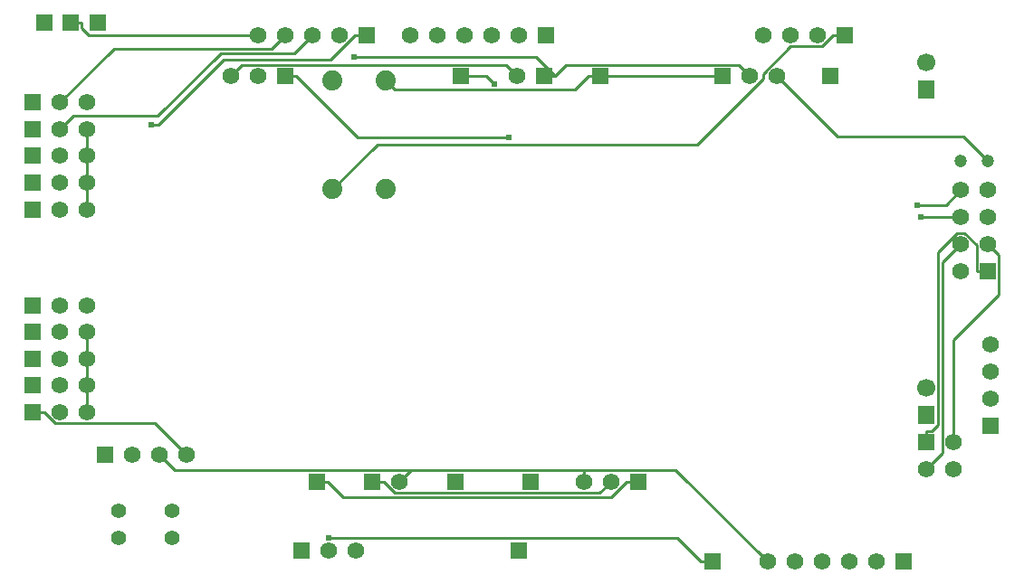
<source format=gtl>
G04 Layer: TopLayer*
G04 EasyEDA v6.5.23, 2023-04-11 13:10:04*
G04 4efd93ceb8f34c36969e8f1cf74d4a79,5f8968b253fc4aed9fc2cb8881c97923,10*
G04 Gerber Generator version 0.2*
G04 Scale: 100 percent, Rotated: No, Reflected: No *
G04 Dimensions in inches *
G04 leading zeros omitted , absolute positions ,3 integer and 6 decimal *
%FSLAX36Y36*%
%MOIN*%

%AMMACRO1*21,1,$1,$2,0,0,$3*%
%ADD10C,0.0100*%
%ADD11R,0.0620X0.0620*%
%ADD12C,0.0470*%
%ADD13C,0.0620*%
%ADD14C,0.0551*%
%ADD15C,0.0740*%
%ADD16MACRO1,0.062X0.062X0.0000*%
%ADD17MACRO1,0.062X0.062X-90.0000*%
%ADD18MACRO1,0.0669X0.062X90.0000*%
%ADD19C,0.0669*%
%ADD20C,0.0240*%
%ADD21C,0.0177*%

%LPD*%
D10*
X3800000Y499998D02*
G01*
X3800000Y875239D01*
X3967030Y1042269D01*
X3967030Y1190439D01*
X3927950Y1229519D01*
X3827950Y1329519D02*
G01*
X3679759Y1329519D01*
X1381180Y1850389D02*
G01*
X1608339Y1623229D01*
X2163379Y1623229D01*
X1340150Y1850389D02*
G01*
X1381180Y1850389D01*
X3151180Y1850389D02*
G01*
X3375389Y1626179D01*
X3837190Y1626179D01*
X3927950Y1535419D01*
X876769Y452748D02*
G01*
X932920Y396599D01*
X1804859Y396599D01*
X1804859Y396588D01*
X1804859Y396588D02*
G01*
X1762600Y354328D01*
X1140159Y1850389D02*
G01*
X1181229Y1891458D01*
X2153019Y1891458D01*
X2194089Y1850389D01*
X2439369Y354328D02*
G01*
X2439369Y396588D01*
X1804859Y396588D02*
G01*
X2439369Y396588D01*
X2439369Y396588D02*
G01*
X2778599Y396588D01*
X3116139Y59048D01*
X846769Y1670788D02*
G01*
X875249Y1670788D01*
X1112950Y1908488D01*
X1507470Y1908488D01*
X1598980Y1999998D01*
X1640000Y1999998D02*
G01*
X1598980Y1999998D01*
X511819Y1653539D02*
G01*
X561030Y1702748D01*
X871700Y1702748D01*
X1103680Y1934729D01*
X1374729Y1934729D01*
X1440000Y1999998D01*
X511819Y1751959D02*
G01*
X709619Y1949758D01*
X1289759Y1949758D01*
X1340000Y1999998D01*
X592199Y2047238D02*
G01*
X592199Y2026729D01*
X618930Y1999998D01*
X1240000Y1999998D01*
X551179Y2047238D02*
G01*
X592199Y2047238D01*
X2110420Y1820788D02*
G01*
X2080820Y1850389D01*
X1988190Y1850389D01*
X611819Y610228D02*
G01*
X611819Y708658D01*
X611819Y708658D02*
G01*
X611819Y807078D01*
X611819Y807078D02*
G01*
X611819Y905509D01*
X611819Y1358258D02*
G01*
X611819Y1456689D01*
X611819Y1456689D02*
G01*
X611819Y1555109D01*
X611819Y1555109D02*
G01*
X611819Y1653539D01*
X1515749Y1433859D02*
G01*
X1679520Y1597629D01*
X2859290Y1597629D01*
X3101189Y1839529D01*
X3101189Y1857948D01*
X3202219Y1958978D01*
X3317960Y1958978D01*
X3358980Y1999998D01*
X3400000Y1999998D02*
G01*
X3358980Y1999998D01*
X3827950Y1229519D02*
G01*
X3760919Y1162489D01*
X3760919Y460918D01*
X3700000Y399998D01*
X3700000Y541019D02*
G01*
X3720510Y541019D01*
X3742809Y563319D01*
X3742809Y1200129D01*
X3813829Y1271149D01*
X3841920Y1271149D01*
X3886930Y1226138D01*
X3886930Y1129519D01*
X3700000Y499998D02*
G01*
X3700000Y541019D01*
X3927950Y1129519D02*
G01*
X3886930Y1129519D01*
X2335110Y1850389D02*
G01*
X2374200Y1889479D01*
X3012089Y1889479D01*
X3051180Y1850389D01*
X2294089Y1850389D02*
G01*
X2335110Y1850389D01*
X1703620Y354328D02*
G01*
X1745320Y312629D01*
X2497669Y312629D01*
X2539369Y354328D01*
X1662600Y354328D02*
G01*
X1703620Y354328D01*
X1595829Y1919578D02*
G01*
X2265919Y1919578D01*
X2335110Y1850389D01*
X2500000Y1850389D02*
G01*
X2458980Y1850389D01*
X2951180Y1850389D02*
G01*
X2500000Y1850389D01*
X2598350Y354328D02*
G01*
X2542370Y298348D01*
X1553689Y298348D01*
X1497709Y354328D01*
X2639369Y354328D02*
G01*
X2598350Y354328D01*
X1456689Y354328D02*
G01*
X1497709Y354328D01*
X1712600Y1833859D02*
G01*
X1745739Y1800718D01*
X2409309Y1800718D01*
X2458980Y1850389D01*
X411819Y610228D02*
G01*
X452840Y610228D01*
X976769Y452748D02*
G01*
X860299Y569218D01*
X493850Y569218D01*
X452840Y610228D01*
X2872359Y59059D02*
G01*
X2783519Y147899D01*
X1500000Y147899D01*
X2913379Y59059D02*
G01*
X2872359Y59059D01*
X3668230Y1374538D02*
G01*
X3772969Y1374538D01*
X3827950Y1429519D01*
D11*
G01*
X2244089Y354329D03*
G01*
X3346450Y1850390D03*
G01*
X2913379Y59054D03*
G01*
X649605Y2047240D03*
G01*
X1988185Y1850390D03*
G01*
X2499994Y1850390D03*
G01*
X551179Y2047240D03*
G01*
X1456689Y354329D03*
G01*
X452755Y2047240D03*
G01*
X1968500Y354329D03*
D12*
G01*
X3927950Y1535419D03*
G01*
X3827950Y1535419D03*
D11*
G01*
X676770Y452750D03*
D13*
G01*
X776769Y452750D03*
G01*
X876769Y452750D03*
G01*
X976769Y452750D03*
D11*
G01*
X1340150Y1850390D03*
D13*
G01*
X1240159Y1850390D03*
G01*
X1140159Y1850390D03*
D11*
G01*
X2639364Y354324D03*
D13*
G01*
X2539364Y354324D03*
G01*
X2439364Y354324D03*
D11*
G01*
X2951180Y1850385D03*
D13*
G01*
X3051180Y1850385D03*
G01*
X3151180Y1850385D03*
D11*
G01*
X1662595Y354324D03*
D13*
G01*
X1762595Y354324D03*
D11*
G01*
X2294089Y1850390D03*
D13*
G01*
X2194089Y1850390D03*
D11*
G01*
X3927950Y1129520D03*
D13*
G01*
X3827950Y1129520D03*
G01*
X3927950Y1229520D03*
G01*
X3827950Y1229520D03*
G01*
X3927950Y1329520D03*
G01*
X3827950Y1329520D03*
G01*
X3927950Y1429520D03*
G01*
X3827950Y1429520D03*
G01*
X611815Y1751954D03*
G01*
X511815Y1751954D03*
D11*
G01*
X411815Y1751965D03*
D13*
G01*
X611815Y1653535D03*
G01*
X511815Y1653535D03*
D11*
G01*
X411815Y1653535D03*
D13*
G01*
X611815Y1555104D03*
G01*
X511815Y1555104D03*
D11*
G01*
X411815Y1555115D03*
D13*
G01*
X611815Y1456685D03*
G01*
X511815Y1456685D03*
D11*
G01*
X411815Y1456685D03*
D13*
G01*
X611815Y1358254D03*
G01*
X511815Y1358254D03*
D11*
G01*
X411815Y1358265D03*
D13*
G01*
X611815Y1003930D03*
G01*
X511815Y1003930D03*
D11*
G01*
X411815Y1003930D03*
D13*
G01*
X611815Y905509D03*
G01*
X511815Y905509D03*
D11*
G01*
X411815Y905509D03*
D13*
G01*
X611815Y807080D03*
G01*
X511815Y807080D03*
D11*
G01*
X411815Y807089D03*
D13*
G01*
X611815Y708659D03*
G01*
X511815Y708659D03*
D11*
G01*
X411815Y708659D03*
D13*
G01*
X611815Y610230D03*
G01*
X511815Y610230D03*
D11*
G01*
X411815Y610230D03*
D13*
G01*
X3116139Y59050D03*
G01*
X3216139Y59050D03*
G01*
X3316139Y59050D03*
G01*
X3416139Y59050D03*
G01*
X3516139Y59050D03*
D11*
G01*
X3616130Y59050D03*
G01*
X3936999Y558659D03*
D13*
G01*
X3936999Y658659D03*
G01*
X3936999Y758659D03*
G01*
X3936999Y858659D03*
D14*
G01*
X728344Y246844D03*
G01*
X728344Y146844D03*
G01*
X925185Y146860D03*
G01*
X925185Y246860D03*
D15*
G01*
X1712595Y1433854D03*
G01*
X1712595Y1833854D03*
G01*
X1515744Y1433854D03*
G01*
X1515744Y1833854D03*
D13*
G01*
X1240000Y2000000D03*
G01*
X1340000Y2000000D03*
G01*
X1440000Y2000000D03*
G01*
X1540000Y2000000D03*
D16*
G01*
X1640000Y2000000D03*
D17*
G01*
X2200000Y100000D03*
D13*
G01*
X1600000Y100000D03*
G01*
X1500000Y100000D03*
D16*
G01*
X1400000Y100000D03*
D13*
G01*
X1800000Y2000000D03*
G01*
X1900000Y2000000D03*
G01*
X2000000Y2000000D03*
G01*
X2100000Y2000000D03*
G01*
X2200000Y2000000D03*
D16*
G01*
X2300000Y2000000D03*
D13*
G01*
X3200000Y2000000D03*
G01*
X3100000Y2000000D03*
G01*
X3300000Y2000000D03*
D16*
G01*
X3400000Y2000000D03*
G01*
X3700000Y500000D03*
D13*
G01*
X3700000Y400000D03*
G01*
X3800000Y500000D03*
G01*
X3800000Y400000D03*
D18*
G01*
X3700000Y1800000D03*
D19*
G01*
X3700000Y1900000D03*
D18*
G01*
X3700000Y600000D03*
D19*
G01*
X3700000Y700000D03*
D20*
G01*
X3668230Y1374538D03*
G01*
X1500000Y147899D03*
G01*
X1595829Y1919578D03*
G01*
X2110420Y1820788D03*
G01*
X846769Y1670788D03*
G01*
X2163379Y1623229D03*
G01*
X3679759Y1329519D03*
M02*

</source>
